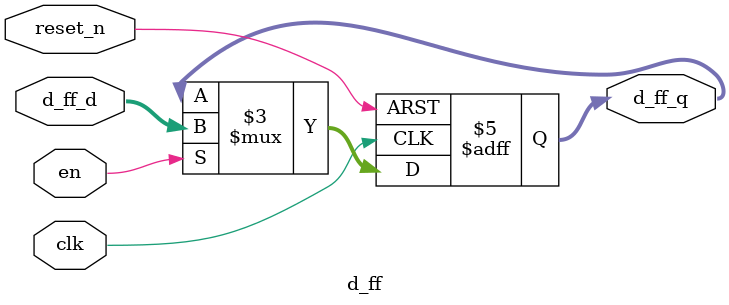
<source format=sv>
module d_ff # (
	parameter WIDTH = 32
)(
	input logic clk,
	input logic reset_n,
	input logic en,
	input logic [WIDTH-1 : 0] d_ff_d,         
	output logic [WIDTH-1 : 0] d_ff_q
);
	always @(posedge clk or negedge reset_n) begin
		if (!reset_n) begin
			d_ff_q <= {WIDTH{32'b0}};
		end else if (en) begin
			d_ff_q <= d_ff_d;
		end
	end
endmodule



</source>
